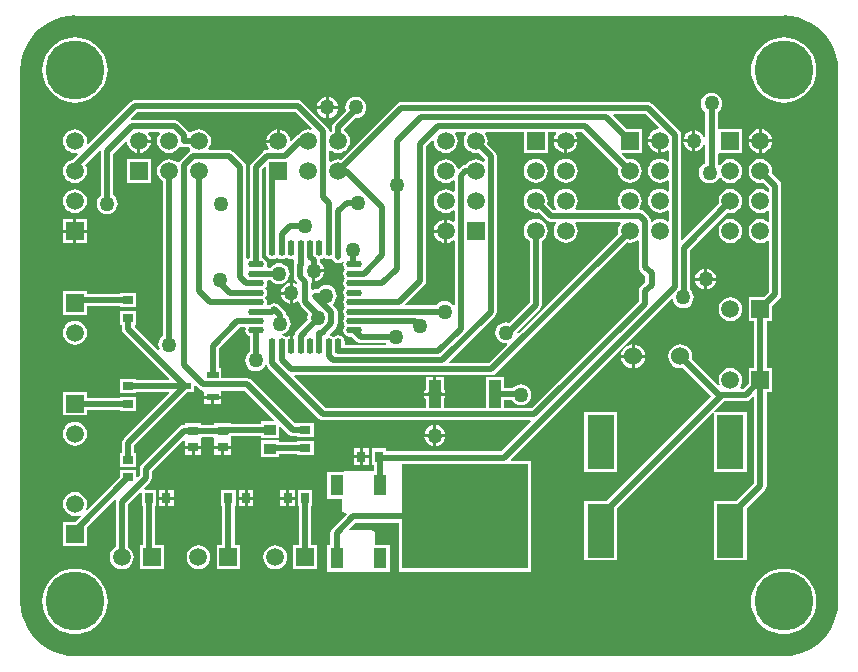
<source format=gtl>
G04 Layer_Physical_Order=1*
G04 Layer_Color=255*
%FSLAX24Y24*%
%MOIN*%
G70*
G01*
G75*
%ADD10R,0.0354X0.0276*%
%ADD11R,0.0906X0.1791*%
%ADD12R,0.0394X0.0236*%
%ADD13R,0.0413X0.0945*%
%ADD14R,0.4193X0.3504*%
%ADD15R,0.0276X0.0354*%
%ADD16R,0.0394X0.0374*%
%ADD17C,0.0600*%
%ADD18O,0.0217X0.0532*%
%ADD19O,0.0532X0.0217*%
%ADD20R,0.0354X0.0315*%
%ADD21R,0.0433X0.0709*%
%ADD22C,0.0200*%
%ADD23C,0.0591*%
%ADD24R,0.0591X0.0591*%
%ADD25R,0.0591X0.0591*%
%ADD26C,0.0500*%
%ADD27C,0.1140*%
%ADD28C,0.1969*%
G36*
X23859Y19518D02*
X24092Y19472D01*
X24318Y19396D01*
X24531Y19290D01*
X24728Y19158D01*
X24907Y19002D01*
X25064Y18823D01*
X25196Y18625D01*
X25301Y18412D01*
X25378Y18187D01*
X25424Y17954D01*
X25439Y17723D01*
X25438Y17717D01*
Y0D01*
X25439Y-7D01*
X25424Y-237D01*
X25378Y-470D01*
X25301Y-695D01*
X25196Y-909D01*
X25064Y-1106D01*
X24907Y-1285D01*
X24728Y-1442D01*
X24531Y-1574D01*
X24318Y-1679D01*
X24092Y-1755D01*
X23859Y-1802D01*
X23629Y-1817D01*
X23622Y-1816D01*
X0D01*
X-7Y-1817D01*
X-237Y-1802D01*
X-470Y-1755D01*
X-695Y-1679D01*
X-909Y-1574D01*
X-1106Y-1442D01*
X-1285Y-1285D01*
X-1442Y-1106D01*
X-1574Y-909D01*
X-1679Y-695D01*
X-1755Y-470D01*
X-1802Y-237D01*
X-1817Y-7D01*
X-1816Y0D01*
Y17717D01*
X-1817Y17723D01*
X-1802Y17954D01*
X-1755Y18187D01*
X-1679Y18412D01*
X-1574Y18625D01*
X-1442Y18823D01*
X-1285Y19002D01*
X-1106Y19158D01*
X-909Y19290D01*
X-695Y19396D01*
X-470Y19472D01*
X-237Y19518D01*
X-7Y19533D01*
X0Y19532D01*
X23622D01*
X23629Y19533D01*
X23859Y19518D01*
D02*
G37*
%LPC*%
G36*
X11945Y5482D02*
X11649D01*
X11654Y5440D01*
X11690Y5355D01*
X11746Y5282D01*
X11819Y5226D01*
X11904Y5191D01*
X11945Y5185D01*
Y5482D01*
D02*
G37*
G36*
X6793Y5385D02*
X6199D01*
Y4811D01*
X6793D01*
Y4914D01*
X7400D01*
Y4880D01*
X7954D01*
Y5356D01*
X7400D01*
Y5322D01*
X6793D01*
Y5385D01*
D02*
G37*
G36*
X12342Y5482D02*
X12045D01*
Y5185D01*
X12087Y5191D01*
X12172Y5226D01*
X12245Y5282D01*
X12301Y5355D01*
X12336Y5440D01*
X12342Y5482D01*
D02*
G37*
G36*
X11945Y5878D02*
X11904Y5872D01*
X11819Y5837D01*
X11746Y5781D01*
X11690Y5708D01*
X11654Y5623D01*
X11649Y5581D01*
X11945D01*
Y5878D01*
D02*
G37*
G36*
X-0Y5993D02*
X-103Y5980D01*
X-199Y5940D01*
X-282Y5876D01*
X-345Y5794D01*
X-385Y5698D01*
X-399Y5594D01*
X-385Y5491D01*
X-345Y5395D01*
X-282Y5313D01*
X-199Y5249D01*
X-103Y5209D01*
X-0Y5196D01*
X103Y5209D01*
X199Y5249D01*
X282Y5313D01*
X345Y5395D01*
X385Y5491D01*
X399Y5594D01*
X385Y5698D01*
X345Y5794D01*
X282Y5876D01*
X199Y5940D01*
X103Y5980D01*
X-0Y5993D01*
D02*
G37*
G36*
X3887Y5088D02*
X3660D01*
Y4880D01*
X3887D01*
Y5088D01*
D02*
G37*
G36*
X9785Y5100D02*
X9597D01*
Y4873D01*
X9785D01*
Y5100D01*
D02*
G37*
G36*
X4214Y5088D02*
X3987D01*
Y4880D01*
X4214D01*
Y5088D01*
D02*
G37*
G36*
X5198D02*
X4971D01*
Y4880D01*
X5198D01*
Y5088D01*
D02*
G37*
G36*
X4871D02*
X4644D01*
Y4880D01*
X4871D01*
Y5088D01*
D02*
G37*
G36*
X12045Y5878D02*
Y5581D01*
X12342D01*
X12336Y5623D01*
X12301Y5708D01*
X12245Y5781D01*
X12172Y5837D01*
X12087Y5872D01*
X12045Y5878D01*
D02*
G37*
G36*
X18652Y8566D02*
Y8219D01*
X18999D01*
X18992Y8274D01*
X18952Y8371D01*
X18888Y8455D01*
X18804Y8519D01*
X18707Y8559D01*
X18652Y8566D01*
D02*
G37*
G36*
X18552D02*
X18498Y8559D01*
X18401Y8519D01*
X18317Y8455D01*
X18253Y8371D01*
X18213Y8274D01*
X18205Y8219D01*
X18552D01*
Y8566D01*
D02*
G37*
G36*
X-0Y9355D02*
X-103Y9342D01*
X-199Y9302D01*
X-282Y9239D01*
X-345Y9156D01*
X-385Y9060D01*
X-399Y8957D01*
X-385Y8853D01*
X-345Y8757D01*
X-282Y8675D01*
X-199Y8611D01*
X-103Y8572D01*
X-0Y8558D01*
X103Y8572D01*
X199Y8611D01*
X282Y8675D01*
X345Y8757D01*
X385Y8853D01*
X399Y8957D01*
X385Y9060D01*
X345Y9156D01*
X282Y9239D01*
X199Y9302D01*
X103Y9342D01*
X-0Y9355D01*
D02*
G37*
G36*
X395Y10352D02*
X-395D01*
Y9561D01*
X395D01*
Y9835D01*
X1494D01*
Y9802D01*
X2049D01*
Y10277D01*
X1494D01*
Y10243D01*
X395D01*
Y10352D01*
D02*
G37*
G36*
X21850Y10143D02*
X21747Y10129D01*
X21651Y10089D01*
X21568Y10026D01*
X21505Y9943D01*
X21465Y9847D01*
X21452Y9744D01*
X21465Y9641D01*
X21505Y9545D01*
X21568Y9462D01*
X21651Y9399D01*
X21747Y9359D01*
X21850Y9345D01*
X21954Y9359D01*
X22050Y9399D01*
X22132Y9462D01*
X22196Y9545D01*
X22236Y9641D01*
X22249Y9744D01*
X22236Y9847D01*
X22196Y9943D01*
X22132Y10026D01*
X22050Y10089D01*
X21954Y10129D01*
X21850Y10143D01*
D02*
G37*
G36*
X4537Y6761D02*
X4290D01*
Y6593D01*
X4537D01*
Y6761D01*
D02*
G37*
G36*
X395Y6990D02*
X-395D01*
Y6199D01*
X395D01*
Y6391D01*
X1494D01*
Y6357D01*
X2049D01*
Y6832D01*
X1494D01*
Y6798D01*
X395D01*
Y6990D01*
D02*
G37*
G36*
X4883Y6761D02*
X4637D01*
Y6593D01*
X4883D01*
Y6761D01*
D02*
G37*
G36*
X18999Y8119D02*
X18652D01*
Y7772D01*
X18707Y7780D01*
X18804Y7820D01*
X18888Y7884D01*
X18952Y7968D01*
X18992Y8065D01*
X18999Y8119D01*
D02*
G37*
G36*
X18552D02*
X18205D01*
X18213Y8065D01*
X18253Y7968D01*
X18317Y7884D01*
X18401Y7820D01*
X18498Y7780D01*
X18552Y7772D01*
Y8119D01*
D02*
G37*
G36*
X9497Y5100D02*
X9309D01*
Y4873D01*
X9497D01*
Y5100D01*
D02*
G37*
G36*
X3001Y3395D02*
X2813D01*
Y3168D01*
X3001D01*
Y3395D01*
D02*
G37*
G36*
X7915Y3722D02*
X7439D01*
Y3168D01*
X7473D01*
Y1872D01*
X7282D01*
Y1081D01*
X8072D01*
Y1872D01*
X7881D01*
Y3168D01*
X7915D01*
Y3722D01*
D02*
G37*
G36*
X3289Y3395D02*
X3101D01*
Y3168D01*
X3289D01*
Y3395D01*
D02*
G37*
G36*
X5946D02*
X5759D01*
Y3168D01*
X5946D01*
Y3395D01*
D02*
G37*
G36*
X5659D02*
X5471D01*
Y3168D01*
X5659D01*
Y3395D01*
D02*
G37*
G36*
X23622Y1088D02*
X23452Y1074D01*
X23286Y1034D01*
X23128Y969D01*
X22983Y880D01*
X22853Y769D01*
X22742Y639D01*
X22653Y494D01*
X22588Y336D01*
X22548Y170D01*
X22534Y0D01*
X22548Y-170D01*
X22588Y-336D01*
X22653Y-494D01*
X22742Y-639D01*
X22853Y-769D01*
X22983Y-880D01*
X23128Y-969D01*
X23286Y-1034D01*
X23452Y-1074D01*
X23622Y-1088D01*
X23792Y-1074D01*
X23958Y-1034D01*
X24116Y-969D01*
X24261Y-880D01*
X24391Y-769D01*
X24502Y-639D01*
X24591Y-494D01*
X24656Y-336D01*
X24696Y-170D01*
X24710Y0D01*
X24696Y170D01*
X24656Y336D01*
X24591Y494D01*
X24502Y639D01*
X24391Y769D01*
X24261Y880D01*
X24116Y969D01*
X23958Y1034D01*
X23792Y1074D01*
X23622Y1088D01*
D02*
G37*
G36*
X0D02*
X-170Y1074D01*
X-336Y1034D01*
X-494Y969D01*
X-639Y880D01*
X-769Y769D01*
X-880Y639D01*
X-969Y494D01*
X-1034Y336D01*
X-1074Y170D01*
X-1088Y0D01*
X-1074Y-170D01*
X-1034Y-336D01*
X-969Y-494D01*
X-880Y-639D01*
X-769Y-769D01*
X-639Y-880D01*
X-494Y-969D01*
X-336Y-1034D01*
X-170Y-1074D01*
X0Y-1088D01*
X170Y-1074D01*
X336Y-1034D01*
X494Y-969D01*
X639Y-880D01*
X769Y-769D01*
X880Y-639D01*
X969Y-494D01*
X1034Y-336D01*
X1074Y-170D01*
X1088Y0D01*
X1074Y170D01*
X1034Y336D01*
X969Y494D01*
X880Y639D01*
X769Y769D01*
X639Y880D01*
X494Y969D01*
X336Y1034D01*
X170Y1074D01*
X0Y1088D01*
D02*
G37*
G36*
X4118Y1875D02*
X4015Y1861D01*
X3919Y1822D01*
X3836Y1758D01*
X3773Y1676D01*
X3733Y1580D01*
X3719Y1476D01*
X3733Y1373D01*
X3773Y1277D01*
X3836Y1194D01*
X3919Y1131D01*
X4015Y1091D01*
X4118Y1078D01*
X4221Y1091D01*
X4317Y1131D01*
X4400Y1194D01*
X4463Y1277D01*
X4503Y1373D01*
X4517Y1476D01*
X4503Y1580D01*
X4463Y1676D01*
X4400Y1758D01*
X4317Y1822D01*
X4221Y1861D01*
X4118Y1875D01*
D02*
G37*
G36*
X5356Y3722D02*
X4880D01*
Y3168D01*
X4914D01*
Y1872D01*
X4723D01*
Y1081D01*
X5513D01*
Y1872D01*
X5322D01*
Y3168D01*
X5356D01*
Y3722D01*
D02*
G37*
G36*
X6677Y1875D02*
X6574Y1861D01*
X6478Y1822D01*
X6395Y1758D01*
X6332Y1676D01*
X6292Y1580D01*
X6278Y1476D01*
X6292Y1373D01*
X6332Y1277D01*
X6395Y1194D01*
X6478Y1131D01*
X6574Y1091D01*
X6677Y1078D01*
X6780Y1091D01*
X6877Y1131D01*
X6959Y1194D01*
X7022Y1277D01*
X7062Y1373D01*
X7076Y1476D01*
X7062Y1580D01*
X7022Y1676D01*
X6959Y1758D01*
X6877Y1822D01*
X6780Y1861D01*
X6677Y1875D01*
D02*
G37*
G36*
X7037Y3395D02*
X6849D01*
Y3168D01*
X7037D01*
Y3395D01*
D02*
G37*
G36*
X5946Y3722D02*
X5759D01*
Y3495D01*
X5946D01*
Y3722D01*
D02*
G37*
G36*
X3289D02*
X3101D01*
Y3495D01*
X3289D01*
Y3722D01*
D02*
G37*
G36*
X18072Y6311D02*
X16967D01*
Y4319D01*
X18072D01*
Y6311D01*
D02*
G37*
G36*
X9785Y4773D02*
X9597D01*
Y4546D01*
X9785D01*
Y4773D01*
D02*
G37*
G36*
X9497D02*
X9309D01*
Y4546D01*
X9497D01*
Y4773D01*
D02*
G37*
G36*
X3001Y3722D02*
X2813D01*
Y3495D01*
X3001D01*
Y3722D01*
D02*
G37*
G36*
X7324Y3395D02*
X7137D01*
Y3168D01*
X7324D01*
Y3395D01*
D02*
G37*
G36*
X5659Y3722D02*
X5471D01*
Y3495D01*
X5659D01*
Y3722D01*
D02*
G37*
G36*
X7324D02*
X7137D01*
Y3495D01*
X7324D01*
Y3722D01*
D02*
G37*
G36*
X7037D02*
X6849D01*
Y3495D01*
X7037D01*
Y3722D01*
D02*
G37*
G36*
X2529Y14740D02*
X1739D01*
Y13949D01*
X2529D01*
Y14740D01*
D02*
G37*
G36*
X9360Y16820D02*
X9269Y16808D01*
X9184Y16772D01*
X9111Y16716D01*
X9055Y16643D01*
X9019Y16558D01*
X9007Y16467D01*
X9019Y16375D01*
X9025Y16361D01*
X8625Y15961D01*
X8581Y15895D01*
X8566Y15817D01*
Y15686D01*
X8520Y15651D01*
X8470Y15676D01*
Y15686D01*
X8470Y15686D01*
X8455Y15764D01*
X8410Y15830D01*
X8410Y15830D01*
X7581Y16660D01*
X7514Y16704D01*
X7436Y16720D01*
X1998D01*
X1920Y16704D01*
X1854Y16660D01*
X436Y15242D01*
X388Y15265D01*
X399Y15344D01*
X385Y15448D01*
X345Y15544D01*
X282Y15626D01*
X199Y15690D01*
X103Y15730D01*
X-0Y15743D01*
X-103Y15730D01*
X-199Y15690D01*
X-282Y15626D01*
X-345Y15544D01*
X-385Y15448D01*
X-399Y15344D01*
X-385Y15241D01*
X-345Y15145D01*
X-282Y15063D01*
X-199Y14999D01*
X-103Y14959D01*
X-0Y14946D01*
X79Y14956D01*
X103Y14909D01*
X-72Y14734D01*
X-103Y14730D01*
X-199Y14690D01*
X-282Y14626D01*
X-345Y14544D01*
X-385Y14448D01*
X-399Y14344D01*
X-385Y14241D01*
X-345Y14145D01*
X-282Y14063D01*
X-199Y13999D01*
X-103Y13959D01*
X-0Y13946D01*
X103Y13959D01*
X199Y13999D01*
X282Y14063D01*
X345Y14145D01*
X385Y14241D01*
X399Y14344D01*
X385Y14448D01*
X345Y14544D01*
X332Y14561D01*
X830Y15059D01*
X876Y15034D01*
X869Y15000D01*
Y13544D01*
X823Y13509D01*
X767Y13436D01*
X732Y13351D01*
X720Y13259D01*
X732Y13168D01*
X767Y13083D01*
X823Y13010D01*
X896Y12953D01*
X981Y12918D01*
X1073Y12906D01*
X1164Y12918D01*
X1249Y12953D01*
X1322Y13010D01*
X1379Y13083D01*
X1414Y13168D01*
X1426Y13259D01*
X1414Y13351D01*
X1379Y13436D01*
X1322Y13509D01*
X1277Y13544D01*
Y14916D01*
X1687Y15326D01*
X1740Y15308D01*
X1749Y15241D01*
X1789Y15145D01*
X1852Y15063D01*
X1935Y14999D01*
X2031Y14959D01*
X2084Y14952D01*
Y15344D01*
X2134D01*
Y15394D01*
X2526D01*
X2519Y15448D01*
X2479Y15544D01*
X2447Y15586D01*
X2472Y15636D01*
X2796D01*
X2821Y15586D01*
X2789Y15544D01*
X2749Y15448D01*
X2735Y15344D01*
X2749Y15241D01*
X2789Y15145D01*
X2852Y15063D01*
X2935Y14999D01*
X3031Y14959D01*
X3134Y14946D01*
X3237Y14959D01*
X3333Y14999D01*
X3416Y15063D01*
X3479Y15145D01*
X3483Y15155D01*
X3531Y15169D01*
X3551Y15156D01*
X3629Y15141D01*
X3792D01*
X3840Y15078D01*
X3840Y15078D01*
X3835Y15027D01*
X3830Y15016D01*
X3791Y14990D01*
X3494Y14694D01*
X3463Y14647D01*
X3449Y14641D01*
X3410Y14636D01*
X3401Y14638D01*
X3333Y14690D01*
X3237Y14730D01*
X3134Y14743D01*
X3031Y14730D01*
X2935Y14690D01*
X2852Y14626D01*
X2789Y14544D01*
X2749Y14448D01*
X2735Y14344D01*
X2749Y14241D01*
X2789Y14145D01*
X2852Y14063D01*
X2930Y14003D01*
Y8848D01*
X2884Y8813D01*
X2828Y8740D01*
X2793Y8654D01*
X2781Y8563D01*
X2793Y8472D01*
X2821Y8405D01*
X2778Y8376D01*
X1993Y9161D01*
X2014Y9211D01*
X2049D01*
Y9687D01*
X1494D01*
Y9211D01*
X1568D01*
Y9094D01*
X1583Y9016D01*
X1627Y8950D01*
X3143Y7435D01*
X3123Y7389D01*
X2049D01*
Y7423D01*
X1494D01*
Y6947D01*
X2049D01*
Y6981D01*
X3123D01*
X3143Y6935D01*
X1627Y5420D01*
X1583Y5354D01*
X1568Y5276D01*
Y4962D01*
X1494D01*
Y4487D01*
X2049D01*
Y4962D01*
X1976D01*
Y5191D01*
X3751Y6967D01*
X3978D01*
Y7180D01*
X4024Y7200D01*
X4132Y7092D01*
X4198Y7047D01*
X4244Y7038D01*
X4276Y7032D01*
X4290Y6985D01*
Y6861D01*
X4587D01*
X4883D01*
X4883Y7029D01*
X4932Y7032D01*
X5665D01*
X6635Y6062D01*
X6616Y6015D01*
X6199D01*
Y5932D01*
X5198D01*
Y5946D01*
X4644D01*
Y5893D01*
X4214D01*
Y5946D01*
X3660D01*
Y5929D01*
X3630Y5893D01*
X3552Y5877D01*
X3486Y5833D01*
X2218Y4565D01*
X2174Y4499D01*
X2158Y4421D01*
Y4199D01*
X2095Y4135D01*
X2049Y4155D01*
Y4372D01*
X1494D01*
Y4145D01*
X400Y3051D01*
X358Y3079D01*
X385Y3145D01*
X399Y3248D01*
X385Y3351D01*
X345Y3447D01*
X282Y3530D01*
X199Y3593D01*
X103Y3633D01*
X-0Y3647D01*
X-103Y3633D01*
X-199Y3593D01*
X-282Y3530D01*
X-345Y3447D01*
X-385Y3351D01*
X-399Y3248D01*
X-385Y3145D01*
X-345Y3049D01*
X-282Y2966D01*
X-199Y2903D01*
X-103Y2863D01*
X-0Y2849D01*
X103Y2863D01*
X169Y2890D01*
X197Y2848D01*
X-7Y2643D01*
X-395D01*
Y1853D01*
X395D01*
Y2469D01*
X1321Y3395D01*
X1367Y3370D01*
X1355Y3311D01*
Y1818D01*
X1277Y1758D01*
X1214Y1676D01*
X1174Y1580D01*
X1160Y1476D01*
X1174Y1373D01*
X1214Y1277D01*
X1277Y1194D01*
X1360Y1131D01*
X1456Y1091D01*
X1559Y1078D01*
X1662Y1091D01*
X1758Y1131D01*
X1841Y1194D01*
X1904Y1277D01*
X1944Y1373D01*
X1958Y1476D01*
X1944Y1580D01*
X1904Y1676D01*
X1841Y1758D01*
X1763Y1818D01*
Y3227D01*
X2177Y3640D01*
X2223Y3621D01*
Y3168D01*
X2257D01*
Y1872D01*
X2164D01*
Y1081D01*
X2954D01*
Y1872D01*
X2665D01*
Y3168D01*
X2698D01*
Y3722D01*
X2324D01*
X2305Y3768D01*
X2506Y3970D01*
X2551Y4036D01*
X2566Y4114D01*
Y4337D01*
X3610Y5380D01*
X3660Y5360D01*
Y5188D01*
X4214D01*
Y5381D01*
X4214Y5395D01*
Y5435D01*
X4239Y5485D01*
X4609D01*
X4644Y5450D01*
X4644Y5395D01*
X4644Y5381D01*
Y5188D01*
X5198D01*
Y5381D01*
X5198Y5395D01*
Y5431D01*
X5198Y5445D01*
Y5505D01*
X5227Y5524D01*
X6199D01*
Y5441D01*
X6793D01*
Y5838D01*
X6839Y5857D01*
X7132Y5564D01*
X7198Y5520D01*
X7276Y5505D01*
X7400D01*
Y5471D01*
X7954D01*
Y5946D01*
X7400D01*
Y5939D01*
X7350Y5923D01*
X5893Y7380D01*
X5827Y7424D01*
X5749Y7440D01*
X4883D01*
Y7777D01*
X4791D01*
Y8446D01*
X5491Y9146D01*
X5654D01*
X5686Y9096D01*
X5673Y9035D01*
X5690Y8954D01*
X5736Y8885D01*
X5805Y8839D01*
X5822Y8836D01*
Y8321D01*
X5777Y8285D01*
X5721Y8212D01*
X5685Y8127D01*
X5673Y8036D01*
X5685Y7944D01*
X5721Y7859D01*
X5777Y7786D01*
X5850Y7730D01*
X5935Y7695D01*
X6026Y7683D01*
X6118Y7695D01*
X6203Y7730D01*
X6276Y7786D01*
X6332Y7859D01*
X6339Y7875D01*
X6391Y7870D01*
X6393Y7858D01*
X6437Y7792D01*
X8133Y6096D01*
X8133Y6096D01*
X8199Y6052D01*
X8277Y6036D01*
X11687D01*
X11703Y6033D01*
X15177D01*
X15197Y5987D01*
X14209Y5000D01*
X10376D01*
Y5100D01*
X9900D01*
Y4546D01*
X9973D01*
Y4361D01*
X9965Y4356D01*
X9923Y4338D01*
X9892Y4344D01*
X9006D01*
X8967Y4336D01*
X8961Y4332D01*
X8404D01*
Y3424D01*
X8904D01*
Y3061D01*
X8912Y3022D01*
X8934Y2989D01*
X8967Y2967D01*
X9006Y2959D01*
X9040D01*
X9059Y2913D01*
X8576Y2430D01*
X8532Y2364D01*
X8517Y2286D01*
Y1891D01*
X8404D01*
Y983D01*
X8995D01*
X9006Y981D01*
X9892D01*
X9902Y983D01*
X10494D01*
Y1891D01*
X9994D01*
Y2264D01*
X9986Y2303D01*
X9964Y2336D01*
X9931Y2358D01*
X9892Y2366D01*
X9154D01*
X9135Y2412D01*
X9354Y2631D01*
X10796D01*
Y983D01*
X15189D01*
Y4687D01*
X14538D01*
X14519Y4733D01*
X19883Y10096D01*
X19930Y10080D01*
X19935Y10046D01*
X19970Y9961D01*
X20026Y9888D01*
X20099Y9832D01*
X20184Y9797D01*
X20276Y9785D01*
X20367Y9797D01*
X20452Y9832D01*
X20525Y9888D01*
X20581Y9961D01*
X20617Y10046D01*
X20629Y10138D01*
X20617Y10229D01*
X20581Y10314D01*
X20525Y10387D01*
X20500Y10407D01*
Y11712D01*
X21753Y12965D01*
X21850Y12952D01*
X21954Y12965D01*
X22050Y13005D01*
X22132Y13068D01*
X22196Y13151D01*
X22236Y13247D01*
X22249Y13350D01*
X22236Y13454D01*
X22196Y13550D01*
X22132Y13632D01*
X22050Y13696D01*
X21954Y13735D01*
X21850Y13749D01*
X21747Y13735D01*
X21651Y13696D01*
X21568Y13632D01*
X21505Y13550D01*
X21465Y13454D01*
X21452Y13350D01*
X21465Y13253D01*
X20246Y12035D01*
X20200Y12054D01*
Y15556D01*
X20185Y15635D01*
X20140Y15701D01*
X19247Y16594D01*
X19181Y16638D01*
X19103Y16654D01*
X10875D01*
X10875Y16654D01*
X10797Y16638D01*
X10731Y16594D01*
X8867Y14730D01*
X8770Y14743D01*
X8666Y14730D01*
X8570Y14690D01*
X8520Y14651D01*
X8470Y14676D01*
Y15013D01*
X8520Y15038D01*
X8570Y14999D01*
X8666Y14959D01*
X8770Y14946D01*
X8873Y14959D01*
X8969Y14999D01*
X9052Y15063D01*
X9115Y15145D01*
X9155Y15241D01*
X9168Y15344D01*
X9155Y15448D01*
X9115Y15544D01*
X9052Y15626D01*
X8977Y15684D01*
X8975Y15734D01*
X9355Y16114D01*
X9360Y16114D01*
X9452Y16126D01*
X9537Y16161D01*
X9610Y16217D01*
X9666Y16290D01*
X9701Y16375D01*
X9713Y16467D01*
X9701Y16558D01*
X9666Y16643D01*
X9610Y16716D01*
X9537Y16772D01*
X9452Y16808D01*
X9360Y16820D01*
D02*
G37*
G36*
X21220Y16957D02*
X21129Y16945D01*
X21044Y16910D01*
X20971Y16854D01*
X20915Y16781D01*
X20879Y16696D01*
X20867Y16604D01*
X20879Y16513D01*
X20915Y16428D01*
X20971Y16355D01*
X21017Y16320D01*
Y15466D01*
X20967Y15456D01*
X20936Y15531D01*
X20880Y15604D01*
X20806Y15660D01*
X20721Y15695D01*
X20680Y15701D01*
Y15354D01*
Y15008D01*
X20721Y15013D01*
X20806Y15049D01*
X20880Y15105D01*
X20936Y15178D01*
X20967Y15252D01*
X21017Y15243D01*
Y14614D01*
X20975Y14597D01*
X20902Y14541D01*
X20846Y14468D01*
X20811Y14383D01*
X20799Y14291D01*
X20811Y14200D01*
X20846Y14115D01*
X20902Y14042D01*
X20975Y13986D01*
X21060Y13950D01*
X21152Y13938D01*
X21243Y13950D01*
X21328Y13986D01*
X21401Y14042D01*
X21457Y14115D01*
X21463Y14129D01*
X21519Y14133D01*
X21568Y14068D01*
X21651Y14005D01*
X21747Y13965D01*
X21850Y13952D01*
X21954Y13965D01*
X22050Y14005D01*
X22132Y14068D01*
X22196Y14151D01*
X22236Y14247D01*
X22249Y14350D01*
X22236Y14454D01*
X22196Y14550D01*
X22132Y14632D01*
X22050Y14696D01*
X21954Y14735D01*
X21850Y14749D01*
X21747Y14735D01*
X21651Y14696D01*
X21568Y14632D01*
X21505Y14550D01*
X21504Y14547D01*
X21444Y14533D01*
X21424Y14551D01*
Y14918D01*
X21455Y14955D01*
X21474Y14955D01*
X22246D01*
Y15746D01*
X21474D01*
X21455Y15746D01*
X21424Y15783D01*
Y16320D01*
X21470Y16355D01*
X21526Y16428D01*
X21561Y16513D01*
X21573Y16604D01*
X21561Y16696D01*
X21526Y16781D01*
X21470Y16854D01*
X21397Y16910D01*
X21312Y16945D01*
X21220Y16957D01*
D02*
G37*
G36*
X22850Y14749D02*
X22747Y14735D01*
X22651Y14696D01*
X22568Y14632D01*
X22505Y14550D01*
X22465Y14454D01*
X22452Y14350D01*
X22465Y14247D01*
X22505Y14151D01*
X22568Y14068D01*
X22651Y14005D01*
X22747Y13965D01*
X22850Y13952D01*
X22948Y13965D01*
X23142Y13770D01*
Y13688D01*
X23092Y13663D01*
X23050Y13696D01*
X22954Y13735D01*
X22850Y13749D01*
X22747Y13735D01*
X22651Y13696D01*
X22568Y13632D01*
X22505Y13550D01*
X22465Y13454D01*
X22452Y13350D01*
X22465Y13247D01*
X22505Y13151D01*
X22568Y13068D01*
X22651Y13005D01*
X22747Y12965D01*
X22850Y12952D01*
X22954Y12965D01*
X23050Y13005D01*
X23092Y13038D01*
X23142Y13013D01*
Y12688D01*
X23092Y12663D01*
X23050Y12696D01*
X22954Y12735D01*
X22850Y12749D01*
X22747Y12735D01*
X22651Y12696D01*
X22568Y12632D01*
X22505Y12550D01*
X22465Y12454D01*
X22452Y12350D01*
X22465Y12247D01*
X22505Y12151D01*
X22568Y12068D01*
X22651Y12005D01*
X22747Y11965D01*
X22850Y11952D01*
X22954Y11965D01*
X23050Y12005D01*
X23092Y12038D01*
X23142Y12013D01*
Y10324D01*
X22957Y10139D01*
X22455D01*
Y9349D01*
X22646D01*
Y7777D01*
X22455D01*
Y7275D01*
X22271Y7091D01*
X22188D01*
X22163Y7141D01*
X22196Y7183D01*
X22236Y7279D01*
X22249Y7382D01*
X22236Y7485D01*
X22196Y7581D01*
X22132Y7664D01*
X22050Y7727D01*
X21954Y7767D01*
X21850Y7781D01*
X21747Y7767D01*
X21651Y7727D01*
X21568Y7664D01*
X21505Y7581D01*
X21465Y7485D01*
X21452Y7382D01*
X21465Y7279D01*
X21492Y7213D01*
X21450Y7185D01*
X20567Y8068D01*
X20581Y8169D01*
X20567Y8274D01*
X20527Y8371D01*
X20462Y8455D01*
X20379Y8519D01*
X20282Y8559D01*
X20177Y8573D01*
X20073Y8559D01*
X19975Y8519D01*
X19892Y8455D01*
X19828Y8371D01*
X19787Y8274D01*
X19774Y8169D01*
X19787Y8065D01*
X19828Y7968D01*
X19892Y7884D01*
X19975Y7820D01*
X20073Y7780D01*
X20177Y7766D01*
X20279Y7779D01*
X21218Y6841D01*
X17735Y3358D01*
X16967D01*
Y1367D01*
X18072D01*
Y3119D01*
X21248Y6294D01*
X21298Y6273D01*
Y4319D01*
X22403D01*
Y6311D01*
X21335D01*
X21314Y6361D01*
X21636Y6683D01*
X22355D01*
X22433Y6698D01*
X22499Y6742D01*
X22600Y6843D01*
X22646Y6824D01*
Y3939D01*
X22066Y3358D01*
X21298D01*
Y1367D01*
X22403D01*
Y3119D01*
X22995Y3710D01*
X22995Y3710D01*
X23039Y3776D01*
X23054Y3854D01*
X23054Y3854D01*
Y6987D01*
X23246D01*
Y7777D01*
X23054D01*
Y9349D01*
X23246D01*
Y9851D01*
X23490Y10096D01*
X23490Y10096D01*
X23535Y10162D01*
X23550Y10240D01*
X23550Y10240D01*
Y13854D01*
X23550Y13854D01*
X23535Y13933D01*
X23490Y13999D01*
X23490Y13999D01*
X23236Y14253D01*
X23249Y14350D01*
X23235Y14454D01*
X23196Y14550D01*
X23132Y14632D01*
X23050Y14696D01*
X22954Y14735D01*
X22850Y14749D01*
D02*
G37*
G36*
X-50Y12740D02*
X-395D01*
Y12394D01*
X-50D01*
Y12740D01*
D02*
G37*
G36*
X395D02*
X50D01*
Y12394D01*
X395D01*
Y12740D01*
D02*
G37*
G36*
X-0Y13743D02*
X-103Y13730D01*
X-199Y13690D01*
X-282Y13626D01*
X-345Y13544D01*
X-385Y13448D01*
X-399Y13344D01*
X-385Y13241D01*
X-345Y13145D01*
X-282Y13063D01*
X-199Y12999D01*
X-103Y12959D01*
X-0Y12946D01*
X103Y12959D01*
X199Y12999D01*
X282Y13063D01*
X345Y13145D01*
X385Y13241D01*
X399Y13344D01*
X385Y13448D01*
X345Y13544D01*
X282Y13626D01*
X199Y13690D01*
X103Y13730D01*
X-0Y13743D01*
D02*
G37*
G36*
X22900Y15742D02*
Y15400D01*
X23242D01*
X23235Y15454D01*
X23196Y15550D01*
X23132Y15632D01*
X23050Y15696D01*
X22954Y15735D01*
X22900Y15742D01*
D02*
G37*
G36*
X22800D02*
X22747Y15735D01*
X22651Y15696D01*
X22568Y15632D01*
X22505Y15550D01*
X22465Y15454D01*
X22458Y15400D01*
X22800D01*
Y15742D01*
D02*
G37*
G36*
X20580Y15304D02*
X20283D01*
X20289Y15263D01*
X20324Y15178D01*
X20380Y15105D01*
X20453Y15049D01*
X20539Y15013D01*
X20580Y15008D01*
Y15304D01*
D02*
G37*
G36*
Y15701D02*
X20539Y15695D01*
X20453Y15660D01*
X20380Y15604D01*
X20324Y15531D01*
X20289Y15446D01*
X20283Y15404D01*
X20580D01*
Y15701D01*
D02*
G37*
G36*
X2526Y15294D02*
X2184D01*
Y14952D01*
X2237Y14959D01*
X2333Y14999D01*
X2416Y15063D01*
X2479Y15145D01*
X2519Y15241D01*
X2526Y15294D01*
D02*
G37*
G36*
X22800Y15300D02*
X22458D01*
X22465Y15247D01*
X22505Y15151D01*
X22568Y15068D01*
X22651Y15005D01*
X22747Y14965D01*
X22800Y14958D01*
Y15300D01*
D02*
G37*
G36*
X23242D02*
X22900D01*
Y14958D01*
X22954Y14965D01*
X23050Y15005D01*
X23132Y15068D01*
X23196Y15151D01*
X23235Y15247D01*
X23242Y15300D01*
D02*
G37*
G36*
X8365Y16417D02*
X8069D01*
X8074Y16375D01*
X8110Y16290D01*
X8166Y16217D01*
X8239Y16161D01*
X8324Y16126D01*
X8365Y16120D01*
Y16417D01*
D02*
G37*
G36*
X8465Y16813D02*
Y16517D01*
X8762D01*
X8756Y16558D01*
X8721Y16643D01*
X8665Y16716D01*
X8592Y16772D01*
X8507Y16808D01*
X8465Y16813D01*
D02*
G37*
G36*
X20974Y11094D02*
X20932Y11089D01*
X20847Y11054D01*
X20774Y10998D01*
X20718Y10925D01*
X20683Y10839D01*
X20677Y10798D01*
X20974D01*
Y11094D01*
D02*
G37*
G36*
X8365Y16813D02*
X8324Y16808D01*
X8239Y16772D01*
X8166Y16716D01*
X8110Y16643D01*
X8074Y16558D01*
X8069Y16517D01*
X8365D01*
Y16813D01*
D02*
G37*
G36*
X21370Y10698D02*
X21074D01*
Y10402D01*
X21115Y10407D01*
X21200Y10442D01*
X21273Y10498D01*
X21329Y10572D01*
X21365Y10657D01*
X21370Y10698D01*
D02*
G37*
G36*
X23622Y18804D02*
X23452Y18791D01*
X23286Y18751D01*
X23128Y18686D01*
X22983Y18596D01*
X22853Y18486D01*
X22742Y18356D01*
X22653Y18210D01*
X22588Y18053D01*
X22548Y17887D01*
X22534Y17717D01*
X22548Y17546D01*
X22588Y17380D01*
X22653Y17223D01*
X22742Y17077D01*
X22853Y16947D01*
X22983Y16837D01*
X23128Y16747D01*
X23286Y16682D01*
X23452Y16642D01*
X23622Y16629D01*
X23792Y16642D01*
X23958Y16682D01*
X24116Y16747D01*
X24261Y16837D01*
X24391Y16947D01*
X24502Y17077D01*
X24591Y17223D01*
X24656Y17380D01*
X24696Y17546D01*
X24710Y17717D01*
X24696Y17887D01*
X24656Y18053D01*
X24591Y18210D01*
X24502Y18356D01*
X24391Y18486D01*
X24261Y18596D01*
X24116Y18686D01*
X23958Y18751D01*
X23792Y18791D01*
X23622Y18804D01*
D02*
G37*
G36*
X0D02*
X-170Y18791D01*
X-336Y18751D01*
X-494Y18686D01*
X-639Y18596D01*
X-769Y18486D01*
X-880Y18356D01*
X-969Y18210D01*
X-1034Y18053D01*
X-1074Y17887D01*
X-1088Y17717D01*
X-1074Y17546D01*
X-1034Y17380D01*
X-969Y17223D01*
X-880Y17077D01*
X-769Y16947D01*
X-639Y16837D01*
X-494Y16747D01*
X-336Y16682D01*
X-170Y16642D01*
X0Y16629D01*
X170Y16642D01*
X336Y16682D01*
X494Y16747D01*
X639Y16837D01*
X769Y16947D01*
X880Y17077D01*
X969Y17223D01*
X1034Y17380D01*
X1074Y17546D01*
X1088Y17717D01*
X1074Y17887D01*
X1034Y18053D01*
X969Y18210D01*
X880Y18356D01*
X769Y18486D01*
X639Y18596D01*
X494Y18686D01*
X336Y18751D01*
X170Y18791D01*
X0Y18804D01*
D02*
G37*
G36*
X20974Y10698D02*
X20677D01*
X20683Y10657D01*
X20718Y10572D01*
X20774Y10498D01*
X20847Y10442D01*
X20932Y10407D01*
X20974Y10402D01*
Y10698D01*
D02*
G37*
G36*
X21850Y12749D02*
X21747Y12735D01*
X21651Y12696D01*
X21568Y12632D01*
X21505Y12550D01*
X21465Y12454D01*
X21452Y12350D01*
X21465Y12247D01*
X21505Y12151D01*
X21568Y12068D01*
X21651Y12005D01*
X21747Y11965D01*
X21850Y11952D01*
X21954Y11965D01*
X22050Y12005D01*
X22132Y12068D01*
X22196Y12151D01*
X22236Y12247D01*
X22249Y12350D01*
X22236Y12454D01*
X22196Y12550D01*
X22132Y12632D01*
X22050Y12696D01*
X21954Y12735D01*
X21850Y12749D01*
D02*
G37*
G36*
X-50Y12294D02*
X-395D01*
Y11949D01*
X-50D01*
Y12294D01*
D02*
G37*
G36*
X395D02*
X50D01*
Y11949D01*
X395D01*
Y12294D01*
D02*
G37*
G36*
X8762Y16417D02*
X8465D01*
Y16120D01*
X8507Y16126D01*
X8592Y16161D01*
X8665Y16217D01*
X8721Y16290D01*
X8756Y16375D01*
X8762Y16417D01*
D02*
G37*
G36*
X21074Y11094D02*
Y10798D01*
X21370D01*
X21365Y10839D01*
X21329Y10925D01*
X21273Y10998D01*
X21200Y11054D01*
X21115Y11089D01*
X21074Y11094D01*
D02*
G37*
%LPD*%
G36*
X18789Y12017D02*
Y11161D01*
X18805Y11083D01*
X18849Y11017D01*
X19016Y10850D01*
Y10646D01*
X18849Y10479D01*
X18805Y10413D01*
X18789Y10335D01*
Y10004D01*
X15226Y6441D01*
X14299D01*
Y6706D01*
X14562D01*
X14613Y6640D01*
X14686Y6584D01*
X14771Y6549D01*
X14862Y6537D01*
X14954Y6549D01*
X15039Y6584D01*
X15112Y6640D01*
X15168Y6713D01*
X15203Y6798D01*
X15215Y6890D01*
X15203Y6981D01*
X15168Y7066D01*
X15112Y7139D01*
X15039Y7195D01*
X14954Y7231D01*
X14862Y7243D01*
X14771Y7231D01*
X14686Y7195D01*
X14613Y7139D01*
X14593Y7113D01*
X14299D01*
Y7482D01*
X13685D01*
Y6441D01*
X12299D01*
Y6735D01*
X12333Y6818D01*
X12339Y6859D01*
X11646D01*
X11651Y6818D01*
X11685Y6735D01*
Y6444D01*
X8362D01*
X7318Y7488D01*
X7337Y7534D01*
X13882D01*
X13960Y7550D01*
X14026Y7594D01*
X18401Y11968D01*
X18498Y11956D01*
X18601Y11969D01*
X18697Y12009D01*
X18739Y12041D01*
X18789Y12017D01*
D02*
G37*
G36*
X7888Y15776D02*
X7883Y15760D01*
X7862Y15731D01*
X7770Y15743D01*
X7666Y15730D01*
X7570Y15690D01*
X7488Y15626D01*
X7424Y15544D01*
X7423Y15540D01*
X7388Y15533D01*
X7322Y15489D01*
X7278Y15423D01*
X7274Y15402D01*
X7216Y15344D01*
X7166Y15364D01*
X7155Y15448D01*
X7115Y15544D01*
X7052Y15626D01*
X6969Y15690D01*
X6873Y15730D01*
X6820Y15737D01*
Y15344D01*
X6770D01*
Y15294D01*
X6378D01*
X6385Y15241D01*
X6424Y15145D01*
X6459Y15100D01*
X6435Y15050D01*
X6396D01*
X6318Y15034D01*
X6252Y14990D01*
X5892Y14630D01*
X5848Y14564D01*
X5832Y14486D01*
Y11442D01*
X5805Y11436D01*
X5766Y11410D01*
X5716Y11437D01*
Y14468D01*
X5700Y14547D01*
X5656Y14613D01*
X5279Y14990D01*
X5213Y15034D01*
X5134Y15050D01*
X4469D01*
X4444Y15100D01*
X4479Y15145D01*
X4519Y15241D01*
X4533Y15344D01*
X4519Y15448D01*
X4479Y15544D01*
X4416Y15626D01*
X4333Y15690D01*
X4237Y15730D01*
X4134Y15743D01*
X4031Y15730D01*
X3935Y15690D01*
X3866Y15638D01*
X3858Y15636D01*
X3819Y15641D01*
X3805Y15647D01*
X3773Y15694D01*
X3483Y15984D01*
X3417Y16028D01*
X3339Y16044D01*
X1913D01*
X1878Y16037D01*
X1854Y16083D01*
X2083Y16312D01*
X7352D01*
X7888Y15776D01*
D02*
G37*
G36*
X8346Y11443D02*
X8383Y11418D01*
X8465Y11402D01*
X8538Y11417D01*
X8555Y11414D01*
X8600Y11394D01*
X8635Y11342D01*
X8701Y11297D01*
X8780Y11282D01*
X8858Y11297D01*
X8909Y11331D01*
X8954Y11303D01*
X8941Y11240D01*
X8957Y11159D01*
X8982Y11121D01*
X9000Y11083D01*
X8982Y11044D01*
X8957Y11006D01*
X8941Y10925D01*
X8957Y10844D01*
X8982Y10806D01*
X9000Y10768D01*
X8982Y10729D01*
X8957Y10692D01*
X8941Y10610D01*
X8957Y10529D01*
X9003Y10460D01*
Y10445D01*
X8957Y10377D01*
X8941Y10295D01*
X8957Y10214D01*
X8982Y10177D01*
X9000Y10138D01*
X8982Y10099D01*
X8957Y10062D01*
X8941Y9980D01*
X8957Y9899D01*
X8982Y9862D01*
X9000Y9823D01*
X8982Y9784D01*
X8957Y9747D01*
X8941Y9665D01*
X8957Y9584D01*
X8982Y9547D01*
X9000Y9508D01*
X8982Y9469D01*
X8957Y9432D01*
X8941Y9350D01*
X8957Y9269D01*
X8982Y9232D01*
X9000Y9193D01*
X8982Y9154D01*
X8957Y9117D01*
X8941Y9035D01*
X8957Y8954D01*
X9003Y8885D01*
X9072Y8839D01*
X9154Y8823D01*
X9235D01*
X9393Y8665D01*
X9459Y8621D01*
X9537Y8605D01*
X10375D01*
X10383Y8592D01*
X10355Y8542D01*
X8992D01*
Y8661D01*
X8976Y8743D01*
X8930Y8812D01*
X8861Y8858D01*
X8780Y8874D01*
X8698Y8858D01*
X8629Y8812D01*
X8615D01*
X8546Y8858D01*
X8503Y8866D01*
X8487Y8920D01*
X8695Y9128D01*
X8739Y9194D01*
X8754Y9272D01*
Y9645D01*
X8739Y9723D01*
X8695Y9789D01*
X8602Y9882D01*
X8605Y9932D01*
X8626Y9947D01*
X8682Y10020D01*
X8717Y10105D01*
X8729Y10197D01*
X8717Y10288D01*
X8682Y10373D01*
X8626Y10446D01*
X8552Y10503D01*
X8467Y10538D01*
X8376Y10550D01*
X8285Y10538D01*
X8199Y10503D01*
X8126Y10446D01*
X8091Y10401D01*
X7999D01*
X7931Y10387D01*
X7881Y10414D01*
Y10630D01*
X7903Y10652D01*
Y11024D01*
X7953D01*
Y11074D01*
X8300D01*
X8294Y11116D01*
X8259Y11201D01*
X8203Y11274D01*
X8157Y11309D01*
Y11375D01*
X8152Y11402D01*
X8231Y11418D01*
X8268Y11443D01*
X8307Y11461D01*
X8346Y11443D01*
D02*
G37*
G36*
X19465Y15799D02*
X19447Y15746D01*
X19395Y15739D01*
X19299Y15700D01*
X19216Y15636D01*
X19153Y15554D01*
X19113Y15458D01*
X19106Y15404D01*
X19498D01*
Y15354D01*
X19548D01*
Y14962D01*
X19601Y14969D01*
X19697Y15009D01*
X19742Y15044D01*
X19792Y15019D01*
Y14690D01*
X19742Y14665D01*
X19697Y14700D01*
X19601Y14739D01*
X19498Y14753D01*
X19395Y14739D01*
X19299Y14700D01*
X19216Y14636D01*
X19153Y14554D01*
X19113Y14458D01*
X19099Y14354D01*
X19113Y14251D01*
X19153Y14155D01*
X19216Y14072D01*
X19299Y14009D01*
X19395Y13969D01*
X19498Y13956D01*
X19601Y13969D01*
X19697Y14009D01*
X19742Y14044D01*
X19792Y14019D01*
Y13690D01*
X19742Y13665D01*
X19697Y13700D01*
X19601Y13739D01*
X19498Y13753D01*
X19395Y13739D01*
X19299Y13700D01*
X19216Y13636D01*
X19153Y13554D01*
X19113Y13458D01*
X19099Y13354D01*
X19113Y13251D01*
X19153Y13155D01*
X19216Y13072D01*
X19299Y13009D01*
X19395Y12969D01*
X19498Y12956D01*
X19601Y12969D01*
X19697Y13009D01*
X19742Y13044D01*
X19792Y13019D01*
Y12690D01*
X19742Y12665D01*
X19697Y12700D01*
X19601Y12739D01*
X19498Y12753D01*
X19395Y12739D01*
X19299Y12700D01*
X19250Y12662D01*
X19200Y12686D01*
X19185Y12764D01*
X19140Y12830D01*
X18970Y13000D01*
X18904Y13044D01*
X18832Y13059D01*
X18821Y13076D01*
X18809Y13110D01*
X18843Y13155D01*
X18883Y13251D01*
X18897Y13354D01*
X18883Y13458D01*
X18843Y13554D01*
X18780Y13636D01*
X18697Y13700D01*
X18601Y13739D01*
X18498Y13753D01*
X18395Y13739D01*
X18299Y13700D01*
X18216Y13636D01*
X18153Y13554D01*
X18113Y13458D01*
X18099Y13354D01*
X18113Y13251D01*
X18153Y13155D01*
X18187Y13110D01*
X18163Y13060D01*
X16693D01*
X16669Y13110D01*
X16704Y13155D01*
X16743Y13251D01*
X16757Y13354D01*
X16743Y13458D01*
X16704Y13554D01*
X16640Y13636D01*
X16558Y13700D01*
X16461Y13739D01*
X16358Y13753D01*
X16255Y13739D01*
X16159Y13700D01*
X16076Y13636D01*
X16013Y13554D01*
X15973Y13458D01*
X15960Y13354D01*
X15973Y13251D01*
X16013Y13155D01*
X16048Y13110D01*
X16023Y13060D01*
X15941D01*
X15744Y13257D01*
X15757Y13354D01*
X15743Y13458D01*
X15704Y13554D01*
X15640Y13636D01*
X15558Y13700D01*
X15461Y13739D01*
X15358Y13753D01*
X15255Y13739D01*
X15159Y13700D01*
X15076Y13636D01*
X15013Y13554D01*
X14973Y13458D01*
X14960Y13354D01*
X14973Y13251D01*
X15013Y13155D01*
X15076Y13072D01*
X15159Y13009D01*
X15255Y12969D01*
X15358Y12956D01*
X15456Y12968D01*
X15713Y12712D01*
X15713Y12712D01*
X15779Y12667D01*
X15857Y12652D01*
X16025D01*
X16050Y12602D01*
X16013Y12554D01*
X15973Y12458D01*
X15960Y12354D01*
X15973Y12251D01*
X16013Y12155D01*
X16076Y12072D01*
X16159Y12009D01*
X16255Y11969D01*
X16358Y11956D01*
X16461Y11969D01*
X16558Y12009D01*
X16640Y12072D01*
X16704Y12155D01*
X16743Y12251D01*
X16757Y12354D01*
X16743Y12458D01*
X16704Y12554D01*
X16667Y12602D01*
X16691Y12652D01*
X18165D01*
X18190Y12602D01*
X18153Y12554D01*
X18113Y12458D01*
X18099Y12354D01*
X18112Y12257D01*
X14790Y8935D01*
X14738Y8953D01*
X14736Y8975D01*
X15502Y9742D01*
X15547Y9808D01*
X15562Y9886D01*
Y12013D01*
X15640Y12072D01*
X15704Y12155D01*
X15743Y12251D01*
X15757Y12354D01*
X15743Y12458D01*
X15704Y12554D01*
X15640Y12636D01*
X15558Y12700D01*
X15461Y12739D01*
X15358Y12753D01*
X15255Y12739D01*
X15159Y12700D01*
X15076Y12636D01*
X15013Y12554D01*
X14973Y12458D01*
X14960Y12354D01*
X14973Y12251D01*
X15013Y12155D01*
X15076Y12072D01*
X15154Y12013D01*
Y9970D01*
X14474Y9290D01*
X14457Y9298D01*
X14365Y9310D01*
X14274Y9298D01*
X14189Y9262D01*
X14116Y9206D01*
X14059Y9133D01*
X14024Y9048D01*
X14012Y8957D01*
X14024Y8865D01*
X14059Y8780D01*
X14116Y8707D01*
X14189Y8651D01*
X14274Y8616D01*
X14365Y8604D01*
X14392Y8607D01*
X14415Y8560D01*
X13797Y7942D01*
X12491D01*
X12471Y7988D01*
X14000Y9517D01*
X14045Y9584D01*
X14060Y9662D01*
Y14844D01*
X14045Y14923D01*
X14000Y14989D01*
X13742Y15247D01*
X13755Y15344D01*
X13741Y15448D01*
X13702Y15544D01*
X13662Y15596D01*
X13686Y15646D01*
X14963D01*
Y14959D01*
X15754D01*
Y15646D01*
X16021D01*
X16045Y15596D01*
X16013Y15554D01*
X15973Y15458D01*
X15966Y15404D01*
X16358D01*
X16750D01*
X16743Y15458D01*
X16704Y15554D01*
X16671Y15596D01*
X16696Y15646D01*
X16918D01*
X18112Y14452D01*
X18099Y14354D01*
X18113Y14251D01*
X18153Y14155D01*
X18216Y14072D01*
X18299Y14009D01*
X18395Y13969D01*
X18498Y13956D01*
X18601Y13969D01*
X18697Y14009D01*
X18780Y14072D01*
X18843Y14155D01*
X18883Y14251D01*
X18897Y14354D01*
X18883Y14458D01*
X18843Y14554D01*
X18780Y14636D01*
X18697Y14700D01*
X18601Y14739D01*
X18498Y14753D01*
X18401Y14740D01*
X18228Y14913D01*
X18247Y14959D01*
X18893D01*
Y15750D01*
X18391D01*
X17941Y16199D01*
X17960Y16246D01*
X19019D01*
X19465Y15799D01*
D02*
G37*
G36*
X13043Y15586D02*
X13011Y15544D01*
X12971Y15448D01*
X12958Y15344D01*
X12971Y15241D01*
X13011Y15145D01*
X13074Y15063D01*
X13157Y14999D01*
X13253Y14959D01*
X13356Y14946D01*
X13454Y14959D01*
X13652Y14760D01*
Y14679D01*
X13602Y14654D01*
X13556Y14690D01*
X13459Y14730D01*
X13356Y14743D01*
X13253Y14730D01*
X13157Y14690D01*
X13074Y14626D01*
X13015Y14548D01*
X13006D01*
X12928Y14533D01*
X12862Y14489D01*
X12791Y14417D01*
X12743Y14433D01*
X12741Y14448D01*
X12702Y14544D01*
X12638Y14626D01*
X12556Y14690D01*
X12459Y14730D01*
X12356Y14743D01*
X12253Y14730D01*
X12157Y14690D01*
X12074Y14626D01*
X12011Y14544D01*
X11971Y14448D01*
X11958Y14344D01*
X11971Y14241D01*
X12011Y14145D01*
X12074Y14063D01*
X12157Y13999D01*
X12253Y13959D01*
X12356Y13946D01*
X12459Y13959D01*
X12556Y13999D01*
X12602Y14035D01*
X12652Y14010D01*
Y13679D01*
X12602Y13654D01*
X12556Y13690D01*
X12459Y13730D01*
X12356Y13743D01*
X12253Y13730D01*
X12157Y13690D01*
X12074Y13626D01*
X12011Y13544D01*
X11971Y13448D01*
X11958Y13344D01*
X11971Y13241D01*
X12011Y13145D01*
X12074Y13063D01*
X12157Y12999D01*
X12253Y12959D01*
X12356Y12946D01*
X12459Y12959D01*
X12556Y12999D01*
X12602Y13035D01*
X12652Y13010D01*
Y12679D01*
X12602Y12654D01*
X12556Y12690D01*
X12459Y12730D01*
X12406Y12737D01*
Y12344D01*
Y11952D01*
X12459Y11959D01*
X12556Y11999D01*
X12602Y12035D01*
X12652Y12010D01*
Y9893D01*
X12602Y9876D01*
X12572Y9915D01*
X12499Y9971D01*
X12414Y10006D01*
X12323Y10018D01*
X12231Y10006D01*
X12146Y9971D01*
X12073Y9915D01*
X12038Y9869D01*
X11033D01*
X11014Y9915D01*
X11640Y10542D01*
X11685Y10608D01*
X11700Y10686D01*
Y15152D01*
X11914Y15366D01*
X11932Y15357D01*
X11958Y15339D01*
X11971Y15241D01*
X12011Y15145D01*
X12074Y15063D01*
X12157Y14999D01*
X12253Y14959D01*
X12356Y14946D01*
X12459Y14959D01*
X12556Y14999D01*
X12638Y15063D01*
X12702Y15145D01*
X12741Y15241D01*
X12755Y15344D01*
X12741Y15448D01*
X12702Y15544D01*
X12669Y15586D01*
X12694Y15636D01*
X13019D01*
X13043Y15586D01*
D02*
G37*
G36*
X6374Y14470D02*
Y14167D01*
X6371Y14150D01*
Y11971D01*
X6362Y11929D01*
Y11614D01*
X6379Y11533D01*
X6425Y11464D01*
X6494Y11418D01*
X6575Y11402D01*
X6656Y11418D01*
X6694Y11443D01*
X6732Y11461D01*
X6771Y11443D01*
X6809Y11418D01*
X6890Y11402D01*
X6971Y11418D01*
X7040Y11464D01*
X7055D01*
X7123Y11418D01*
X7205Y11402D01*
X7266Y11414D01*
X7316Y11382D01*
Y11290D01*
X7315Y11289D01*
X7299Y11211D01*
Y10838D01*
X7315Y10760D01*
X7359Y10694D01*
X7440Y10613D01*
X7438Y10601D01*
X7384Y10579D01*
X7381Y10581D01*
X7296Y10617D01*
X7255Y10622D01*
Y10276D01*
Y9929D01*
X7296Y9935D01*
X7381Y9970D01*
X7423Y10002D01*
X7473Y9980D01*
X7489Y9902D01*
X7533Y9836D01*
X7777Y9592D01*
X7759Y9550D01*
X7747Y9459D01*
X7757Y9384D01*
X7375Y9002D01*
X7331Y8936D01*
X7323Y8893D01*
X7315Y8885D01*
X7268Y8861D01*
X7267Y8861D01*
X7255Y8864D01*
Y8504D01*
X7155D01*
Y8864D01*
X7123Y8858D01*
X7055Y8812D01*
X7040D01*
X6971Y8858D01*
X6917Y8868D01*
X6918Y8919D01*
X6932Y8921D01*
X7017Y8956D01*
X7090Y9012D01*
X7146Y9085D01*
X7182Y9170D01*
X7194Y9262D01*
X7182Y9353D01*
X7146Y9438D01*
X7090Y9511D01*
X7044Y9547D01*
X7029Y9624D01*
X6985Y9691D01*
X6788Y9887D01*
X6722Y9932D01*
X6644Y9947D01*
X6566Y9932D01*
X6500Y9887D01*
X6481Y9869D01*
X6433D01*
X6401Y9919D01*
X6413Y9980D01*
X6397Y10062D01*
X6351Y10130D01*
Y10145D01*
X6397Y10214D01*
X6413Y10295D01*
X6397Y10377D01*
X6351Y10445D01*
Y10460D01*
X6397Y10529D01*
X6413Y10610D01*
X6401Y10671D01*
X6433Y10721D01*
X6522D01*
X6557Y10676D01*
X6630Y10619D01*
X6715Y10584D01*
X6806Y10572D01*
X6898Y10584D01*
X6983Y10619D01*
X7056Y10676D01*
X7112Y10749D01*
X7147Y10834D01*
X7159Y10925D01*
X7147Y11017D01*
X7112Y11102D01*
X7056Y11175D01*
X6983Y11231D01*
X6898Y11266D01*
X6806Y11278D01*
X6715Y11266D01*
X6630Y11231D01*
X6557Y11175D01*
X6522Y11129D01*
X6433D01*
X6401Y11179D01*
X6413Y11240D01*
X6397Y11321D01*
X6351Y11390D01*
X6282Y11436D01*
X6240Y11445D01*
Y14401D01*
X6328Y14489D01*
X6374Y14470D01*
D02*
G37*
%LPC*%
G36*
X12299Y7482D02*
X12042D01*
Y6959D01*
X12339D01*
X12333Y7001D01*
X12299Y7084D01*
Y7482D01*
D02*
G37*
G36*
X11942D02*
X11685D01*
Y7084D01*
X11651Y7001D01*
X11646Y6959D01*
X11942D01*
Y7482D01*
D02*
G37*
G36*
X6720Y15737D02*
X6666Y15730D01*
X6570Y15690D01*
X6488Y15626D01*
X6424Y15544D01*
X6385Y15448D01*
X6378Y15394D01*
X6720D01*
Y15737D01*
D02*
G37*
G36*
X8300Y10974D02*
X8003D01*
Y10678D01*
X8045Y10683D01*
X8130Y10718D01*
X8203Y10775D01*
X8259Y10848D01*
X8294Y10933D01*
X8300Y10974D01*
D02*
G37*
G36*
X16308Y15304D02*
X15966D01*
X15973Y15251D01*
X16013Y15155D01*
X16076Y15072D01*
X16159Y15009D01*
X16255Y14969D01*
X16308Y14962D01*
Y15304D01*
D02*
G37*
G36*
X19448D02*
X19106D01*
X19113Y15251D01*
X19153Y15155D01*
X19216Y15072D01*
X19299Y15009D01*
X19395Y14969D01*
X19448Y14962D01*
Y15304D01*
D02*
G37*
G36*
X16750D02*
X16408D01*
Y14962D01*
X16461Y14969D01*
X16558Y15009D01*
X16640Y15072D01*
X16704Y15155D01*
X16743Y15251D01*
X16750Y15304D01*
D02*
G37*
G36*
X15358Y14753D02*
X15255Y14739D01*
X15159Y14700D01*
X15076Y14636D01*
X15013Y14554D01*
X14973Y14458D01*
X14960Y14354D01*
X14973Y14251D01*
X15013Y14155D01*
X15076Y14072D01*
X15159Y14009D01*
X15255Y13969D01*
X15358Y13956D01*
X15461Y13969D01*
X15558Y14009D01*
X15640Y14072D01*
X15704Y14155D01*
X15743Y14251D01*
X15757Y14354D01*
X15743Y14458D01*
X15704Y14554D01*
X15640Y14636D01*
X15558Y14700D01*
X15461Y14739D01*
X15358Y14753D01*
D02*
G37*
G36*
X16358D02*
X16255Y14739D01*
X16159Y14700D01*
X16076Y14636D01*
X16013Y14554D01*
X15973Y14458D01*
X15960Y14354D01*
X15973Y14251D01*
X16013Y14155D01*
X16076Y14072D01*
X16159Y14009D01*
X16255Y13969D01*
X16358Y13956D01*
X16461Y13969D01*
X16558Y14009D01*
X16640Y14072D01*
X16704Y14155D01*
X16743Y14251D01*
X16757Y14354D01*
X16743Y14458D01*
X16704Y14554D01*
X16640Y14636D01*
X16558Y14700D01*
X16461Y14739D01*
X16358Y14753D01*
D02*
G37*
G36*
X12306Y12294D02*
X11964D01*
X11971Y12241D01*
X12011Y12145D01*
X12074Y12063D01*
X12157Y11999D01*
X12253Y11959D01*
X12306Y11952D01*
Y12294D01*
D02*
G37*
G36*
Y12737D02*
X12253Y12730D01*
X12157Y12690D01*
X12074Y12626D01*
X12011Y12544D01*
X11971Y12448D01*
X11964Y12394D01*
X12306D01*
Y12737D01*
D02*
G37*
G36*
X7155Y10226D02*
X6858D01*
X6864Y10184D01*
X6899Y10099D01*
X6955Y10026D01*
X7028Y9970D01*
X7113Y9935D01*
X7155Y9929D01*
Y10226D01*
D02*
G37*
G36*
Y10622D02*
X7113Y10617D01*
X7028Y10581D01*
X6955Y10525D01*
X6899Y10452D01*
X6864Y10367D01*
X6858Y10326D01*
X7155D01*
Y10622D01*
D02*
G37*
%LPD*%
D10*
X1772Y4724D02*
D03*
Y4134D02*
D03*
Y7185D02*
D03*
Y6594D02*
D03*
Y9449D02*
D03*
Y10039D02*
D03*
X7677Y5709D02*
D03*
Y5118D02*
D03*
D11*
X17520Y2362D02*
D03*
Y5315D02*
D03*
X21850Y2362D02*
D03*
Y5315D02*
D03*
D12*
X3681Y7185D02*
D03*
X4587Y7559D02*
D03*
Y6811D02*
D03*
D13*
X13992Y6909D02*
D03*
X11992D02*
D03*
D14*
X12992Y2835D02*
D03*
D15*
X7087Y3445D02*
D03*
X7677D02*
D03*
X5709D02*
D03*
X5118D02*
D03*
X3051D02*
D03*
X2461D02*
D03*
X9547Y4823D02*
D03*
X10138D02*
D03*
D16*
X6496Y5728D02*
D03*
Y5098D02*
D03*
D17*
X20177Y8169D02*
D03*
X18602D02*
D03*
D18*
X8780Y11772D02*
D03*
X8465D02*
D03*
X8150D02*
D03*
X7835D02*
D03*
X7520D02*
D03*
X7205D02*
D03*
X6890D02*
D03*
X6575D02*
D03*
Y8504D02*
D03*
X6890D02*
D03*
X7205D02*
D03*
X7520D02*
D03*
X7835D02*
D03*
X8150D02*
D03*
X8465D02*
D03*
X8780D02*
D03*
D19*
X6043Y11240D02*
D03*
Y10925D02*
D03*
Y10610D02*
D03*
Y10295D02*
D03*
Y9980D02*
D03*
Y9665D02*
D03*
Y9350D02*
D03*
Y9035D02*
D03*
X9311D02*
D03*
Y9350D02*
D03*
Y9665D02*
D03*
Y9980D02*
D03*
Y10295D02*
D03*
Y10610D02*
D03*
Y10925D02*
D03*
Y11240D02*
D03*
D20*
X3937Y5138D02*
D03*
Y5689D02*
D03*
X4921Y5138D02*
D03*
Y5689D02*
D03*
D21*
X10177Y3878D02*
D03*
X8720D02*
D03*
X10177Y1437D02*
D03*
X8720D02*
D03*
D22*
X8780Y8338D02*
X12109D01*
X12856Y9086D01*
X12233Y8038D02*
X13856Y9662D01*
X8606Y8038D02*
X12233D01*
X6896Y8045D02*
Y8504D01*
X13882Y7738D02*
X18498Y12354D01*
X7204Y7738D02*
X13882D01*
X6581Y7936D02*
Y8504D01*
X8277Y6240D02*
X11699D01*
X11703Y6237D01*
X15311D01*
X18993Y11161D02*
Y12487D01*
Y11161D02*
X19220Y10934D01*
Y10562D02*
Y10934D01*
X18993Y10335D02*
X19220Y10562D01*
X18993Y9920D02*
Y10335D01*
X15311Y6237D02*
X18993Y9920D01*
X6581Y7936D02*
X8277Y6240D01*
X10177Y3878D02*
Y4823D01*
X19996Y10498D02*
Y15556D01*
X14294Y4796D02*
X19996Y10498D01*
X10204Y4796D02*
X14294D01*
X21220Y14436D02*
Y16604D01*
X2362Y4421D02*
X3630Y5689D01*
X20276Y10138D02*
X20296Y10159D01*
X10875Y16450D02*
X19103D01*
X19996Y15556D01*
X17003Y15850D02*
X18498Y14354D01*
X13572Y15850D02*
X17003D01*
X13562Y15840D02*
X13572Y15850D01*
X8770Y14344D02*
X10875Y16450D01*
X17703Y16150D02*
X18498Y15354D01*
X10728Y15354D02*
X11524Y16150D01*
X17703D01*
X11496Y10686D02*
Y15236D01*
X12100Y15840D01*
X10728Y13878D02*
Y15354D01*
X6575Y14150D02*
X6770Y14344D01*
X5157Y10295D02*
X6043D01*
X4851Y10602D02*
X5157Y10295D01*
X4851Y10602D02*
Y10728D01*
X-0Y9957D02*
X83Y10039D01*
X5512Y10800D02*
Y14468D01*
Y10800D02*
X5702Y10610D01*
X5134Y14846D02*
X5512Y14468D01*
X4587Y8531D02*
X5406Y9350D01*
X4587Y7559D02*
Y8531D01*
X10236Y11536D02*
Y13136D01*
X8770Y14344D02*
X9028D01*
X10236Y13136D01*
X9055Y13287D02*
X9449D01*
X9626Y10925D02*
X10236Y11536D01*
X9252Y11240D02*
X9311D01*
X7677Y12500D02*
X7677Y12500D01*
X7154Y12500D02*
X7677D01*
X6890Y12236D02*
X7154Y12500D01*
X8780Y13012D02*
X9055Y13287D01*
X8465Y11772D02*
Y13286D01*
X8266Y13484D02*
X8465Y13286D01*
X8266Y13484D02*
Y15686D01*
X8780Y11772D02*
Y13012D01*
X14365Y8957D02*
X14429D01*
X8465Y8180D02*
X8606Y8038D01*
X14429Y8957D02*
X15358Y9886D01*
X-0Y3248D02*
Y3335D01*
X2362Y4114D02*
Y4421D01*
X1559Y3311D02*
X2362Y4114D01*
X1559Y1476D02*
Y3311D01*
X3630Y5689D02*
X3937D01*
X5074Y5728D02*
X5113Y5689D01*
X5074Y5728D02*
X6496D01*
Y5098D02*
X6516Y5118D01*
X7677D01*
X3636Y7876D02*
X4276Y7236D01*
X3134Y8563D02*
Y14344D01*
X1772Y9094D02*
X3681Y7185D01*
X1772Y9094D02*
Y9449D01*
X5702Y10610D02*
X6043D01*
X3935Y14846D02*
X5134D01*
X3639Y14550D02*
X3935Y14846D01*
X3639Y14170D02*
Y14550D01*
X3636Y14168D02*
X3639Y14170D01*
X3636Y7876D02*
Y14168D01*
X4134Y10335D02*
Y14344D01*
Y10335D02*
X4488Y9980D01*
X6043D01*
X10177Y4823D02*
X10204Y4796D01*
X7677Y1476D02*
Y3445D01*
X5118Y1476D02*
Y3445D01*
X2461Y1575D02*
Y3445D01*
Y1575D02*
X2559Y1476D01*
X-0Y2362D02*
X1772Y4134D01*
X-0Y2248D02*
Y2362D01*
Y6594D02*
X1772D01*
Y4724D02*
Y5276D01*
X3681Y7185D01*
X1772D02*
X3681D01*
X22850Y7382D02*
Y9744D01*
X3937Y5689D02*
X4921D01*
X6575Y11772D02*
Y14150D01*
X83Y10039D02*
X1772D01*
X12856Y14194D02*
X13006Y14344D01*
X13356D01*
X9311Y10925D02*
X9626D01*
X6036Y11240D02*
X6043D01*
X6036Y14486D02*
X6396Y14846D01*
X7006D01*
X7466Y15306D01*
Y15344D02*
X7770D01*
X6043Y9665D02*
X6566D01*
X8780Y11486D02*
Y11772D01*
X5406Y9350D02*
X6043D01*
X7276Y5709D02*
X7677D01*
X5749Y7236D02*
X7276Y5709D01*
X4276Y7236D02*
X5749D01*
X15358Y13354D02*
X15857Y12856D01*
X18826D01*
X18996Y12686D01*
X9269Y2835D02*
X12992D01*
X8720Y2286D02*
X9269Y2835D01*
X8720Y1437D02*
Y2286D01*
X22850Y9744D02*
X23346Y10240D01*
Y13854D01*
X22850Y14350D02*
X23346Y13854D01*
X15358Y9886D02*
Y12354D01*
X6026Y9035D02*
X6043D01*
X8465Y8180D02*
Y8504D01*
X13356Y15344D02*
X13856Y14844D01*
X6890Y11772D02*
Y12236D01*
X10251Y10610D02*
X10726Y11086D01*
X9311Y10610D02*
X10251D01*
X9311Y9980D02*
X10791D01*
X11496Y10686D01*
X12100Y15840D02*
X13562D01*
X4921Y5689D02*
X5113D01*
X13992Y6909D02*
X14843D01*
X14862Y6890D01*
X22355Y6887D02*
X22850Y7382D01*
X17520Y2362D02*
Y2854D01*
X21552Y6887D01*
X21850Y2362D02*
Y2854D01*
X22850Y3854D01*
Y7382D01*
X20177Y8169D02*
X21460Y6887D01*
X21552D01*
X22355D01*
X20296Y10159D02*
Y11796D01*
X21850Y13350D01*
X6036Y11240D02*
Y14486D01*
X7466Y15306D02*
Y15344D01*
X9252Y11240D02*
Y11713D01*
X9304Y9042D02*
X9311Y9035D01*
X8780Y8338D02*
Y8504D01*
X12856Y9086D02*
Y14194D01*
X8770Y15344D02*
Y15817D01*
X6566Y9665D02*
X6644Y9743D01*
X6890Y8504D02*
X6896D01*
Y8045D02*
X7204Y7738D01*
X6575Y8504D02*
X6581D01*
X18993Y12487D02*
X18996Y12490D01*
Y12686D01*
X6043Y10925D02*
X6806D01*
X8770Y15817D02*
X9341Y16388D01*
X9311Y9035D02*
X9537Y8809D01*
X10699D01*
X9311Y9665D02*
X12323D01*
X11344Y9355D02*
X11516Y9183D01*
X13856Y9662D02*
Y14844D01*
X7953Y11024D02*
Y11375D01*
X7841Y11486D02*
X7953Y11375D01*
X7841Y11486D02*
Y11765D01*
X7835Y11772D02*
X7841Y11765D01*
X7520Y11227D02*
Y11772D01*
Y8504D02*
Y8858D01*
X8150Y8504D02*
Y8947D01*
X8225D01*
X8550Y9272D01*
Y9645D01*
X6841Y9262D02*
Y9546D01*
X6644Y9743D02*
X6841Y9546D01*
X7999Y10197D02*
X8376D01*
X7999D02*
X8550Y9645D01*
X7677Y9980D02*
Y10664D01*
X7503Y10838D02*
X7677Y10664D01*
X7503Y10838D02*
Y11211D01*
X7520Y11227D01*
X7436Y16516D02*
X8266Y15686D01*
X-0Y14344D02*
Y14518D01*
X1998Y16516D01*
X7436D01*
X3629Y15344D02*
X4134D01*
X3629D02*
Y15550D01*
X3339Y15840D02*
X3629Y15550D01*
X1913Y15840D02*
X3339D01*
X1073Y15000D02*
X1913Y15840D01*
X1073Y13484D02*
Y15000D01*
X6026Y8036D02*
Y9035D01*
X10726Y11086D02*
Y13878D01*
X9311Y9355D02*
X11344D01*
X7520Y8858D02*
X8110Y9449D01*
X7677Y9980D02*
X8159Y9498D01*
X8110Y9449D02*
X8159Y9498D01*
X9341Y16388D02*
X9360D01*
X21076Y14291D02*
X21220Y14436D01*
D23*
X6677Y1476D02*
D03*
X4118D02*
D03*
X1559D02*
D03*
X-0Y3248D02*
D03*
Y5594D02*
D03*
Y8957D02*
D03*
X8770Y15344D02*
D03*
Y14344D02*
D03*
X7770Y15344D02*
D03*
Y14344D02*
D03*
X6770Y15344D02*
D03*
X12356Y12344D02*
D03*
X13356Y13344D02*
D03*
X12356D02*
D03*
X13356Y14344D02*
D03*
X12356D02*
D03*
X13356Y15344D02*
D03*
X12356D02*
D03*
X16358Y15354D02*
D03*
X15358Y14354D02*
D03*
X16358D02*
D03*
X15358Y13354D02*
D03*
X16358D02*
D03*
X15358Y12354D02*
D03*
X16358D02*
D03*
X19498Y15354D02*
D03*
X18498Y14354D02*
D03*
X19498D02*
D03*
X18498Y13354D02*
D03*
X19498D02*
D03*
X18498Y12354D02*
D03*
X19498D02*
D03*
X22850Y15350D02*
D03*
X21850Y14350D02*
D03*
X22850D02*
D03*
X21850Y13350D02*
D03*
X22850D02*
D03*
X21850Y12350D02*
D03*
X22850D02*
D03*
X4134Y15344D02*
D03*
Y14344D02*
D03*
X3134Y15344D02*
D03*
Y14344D02*
D03*
X2134Y15344D02*
D03*
X-0Y13344D02*
D03*
Y14344D02*
D03*
Y15344D02*
D03*
X21850Y7382D02*
D03*
Y9744D02*
D03*
D24*
X7677Y1476D02*
D03*
X5118D02*
D03*
X2559D02*
D03*
X6770Y14344D02*
D03*
X2134D02*
D03*
X22850Y7382D02*
D03*
Y9744D02*
D03*
D25*
X-0Y2248D02*
D03*
Y6594D02*
D03*
Y9957D02*
D03*
X13356Y12344D02*
D03*
X15358Y15354D02*
D03*
X18498D02*
D03*
X21850Y15350D02*
D03*
X-0Y12344D02*
D03*
D26*
X21024Y10748D02*
D03*
X21152Y14291D02*
D03*
X21220Y16604D02*
D03*
X8415Y16467D02*
D03*
X20276Y10138D02*
D03*
X10728Y13878D02*
D03*
X9449Y13287D02*
D03*
X9252Y11713D02*
D03*
X7677Y12500D02*
D03*
X14365Y8957D02*
D03*
X3134Y8563D02*
D03*
X4851Y10728D02*
D03*
X6026Y8036D02*
D03*
X17520Y5315D02*
D03*
X21850D02*
D03*
X14862Y6890D02*
D03*
X12323Y9665D02*
D03*
X4852Y13259D02*
D03*
X20630Y15354D02*
D03*
X6806Y10925D02*
D03*
X7953Y11024D02*
D03*
X9360Y16467D02*
D03*
X10699Y8809D02*
D03*
X11516Y9183D02*
D03*
X8100Y9459D02*
D03*
X6841Y9262D02*
D03*
X8376Y10197D02*
D03*
X7205Y10276D02*
D03*
X1073Y13259D02*
D03*
X11992Y6909D02*
D03*
X11995Y5531D02*
D03*
D27*
X12992Y2953D02*
D03*
D28*
X0Y0D02*
D03*
X23622D02*
D03*
Y17717D02*
D03*
X0D02*
D03*
M02*

</source>
